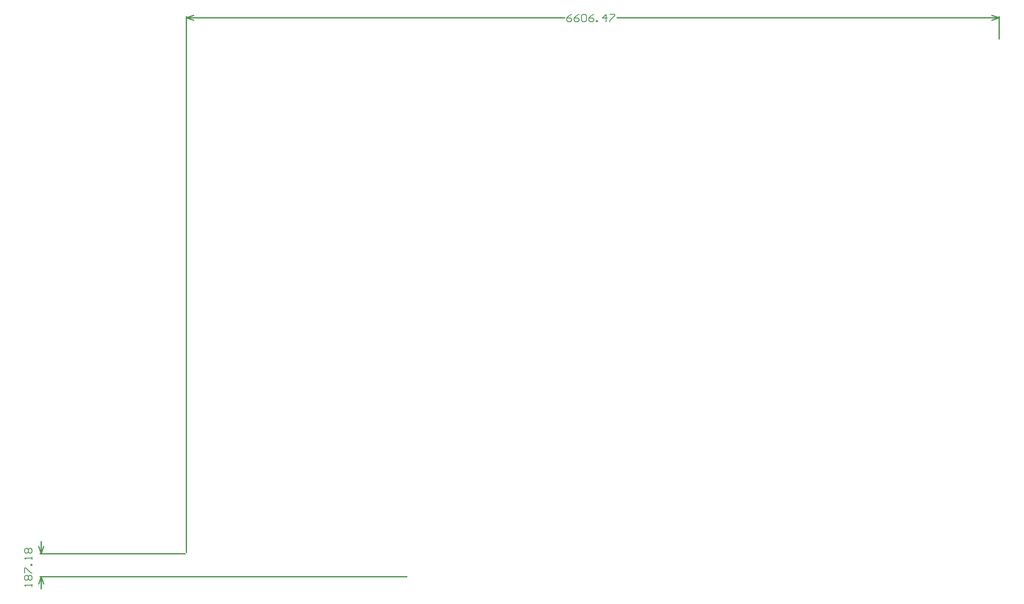
<source format=gbr>
G04*
G04 #@! TF.GenerationSoftware,Altium Limited,Altium Designer,23.7.1 (13)*
G04*
G04 Layer_Color=16711935*
%FSLAX25Y25*%
%MOIN*%
G70*
G04*
G04 #@! TF.SameCoordinates,27D51526-8311-448D-B6E4-34D2AC34C314*
G04*
G04*
G04 #@! TF.FilePolarity,Positive*
G04*
G01*
G75*
%ADD14C,0.01000*%
%ADD15C,0.00600*%
D14*
X-149638Y-391490D02*
X-147638Y-397490D01*
X-145638Y-391490D01*
X-147638Y-416208D02*
X-145638Y-422208D01*
X-149638D02*
X-147638Y-416208D01*
Y-397490D02*
Y-387490D01*
Y-426208D02*
Y-416208D01*
X-148638D02*
X149591D01*
X-148638Y-397490D02*
X-30545D01*
X-29545Y38737D02*
X-23545Y40737D01*
X-29545Y38737D02*
X-23545Y36737D01*
X625102D02*
X631102Y38737D01*
X625102Y40737D02*
X631102Y38737D01*
X-29545D02*
X278085D01*
X320272D02*
X631102D01*
X-29545Y-396490D02*
Y39737D01*
X631102Y21260D02*
Y39737D01*
D15*
X-154836Y-423944D02*
Y-421945D01*
Y-422944D01*
X-160834D01*
X-159834Y-423944D01*
Y-418945D02*
X-160834Y-417946D01*
Y-415946D01*
X-159834Y-414947D01*
X-158835D01*
X-157835Y-415946D01*
X-156835Y-414947D01*
X-155835D01*
X-154836Y-415946D01*
Y-417946D01*
X-155835Y-418945D01*
X-156835D01*
X-157835Y-417946D01*
X-158835Y-418945D01*
X-159834D01*
X-157835Y-417946D02*
Y-415946D01*
X-160834Y-412947D02*
Y-408949D01*
X-159834D01*
X-155835Y-412947D01*
X-154836D01*
Y-406949D02*
X-155835D01*
Y-405950D01*
X-154836D01*
Y-406949D01*
Y-401951D02*
Y-399952D01*
Y-400951D01*
X-160834D01*
X-159834Y-401951D01*
Y-396953D02*
X-160834Y-395953D01*
Y-393953D01*
X-159834Y-392954D01*
X-158835D01*
X-157835Y-393953D01*
X-156835Y-392954D01*
X-155835D01*
X-154836Y-393953D01*
Y-395953D01*
X-155835Y-396953D01*
X-156835D01*
X-157835Y-395953D01*
X-158835Y-396953D01*
X-159834D01*
X-157835Y-395953D02*
Y-393953D01*
X283684Y41136D02*
X281684Y40137D01*
X279685Y38137D01*
Y36138D01*
X280685Y35138D01*
X282684D01*
X283684Y36138D01*
Y37137D01*
X282684Y38137D01*
X279685D01*
X289682Y41136D02*
X287682Y40137D01*
X285683Y38137D01*
Y36138D01*
X286683Y35138D01*
X288682D01*
X289682Y36138D01*
Y37137D01*
X288682Y38137D01*
X285683D01*
X291681Y40137D02*
X292681Y41136D01*
X294680D01*
X295680Y40137D01*
Y36138D01*
X294680Y35138D01*
X292681D01*
X291681Y36138D01*
Y40137D01*
X301678Y41136D02*
X299679Y40137D01*
X297679Y38137D01*
Y36138D01*
X298679Y35138D01*
X300678D01*
X301678Y36138D01*
Y37137D01*
X300678Y38137D01*
X297679D01*
X303677Y35138D02*
Y36138D01*
X304677D01*
Y35138D01*
X303677D01*
X311675D02*
Y41136D01*
X308676Y38137D01*
X312674D01*
X314674Y41136D02*
X318672D01*
Y40137D01*
X314674Y36138D01*
Y35138D01*
M02*

</source>
